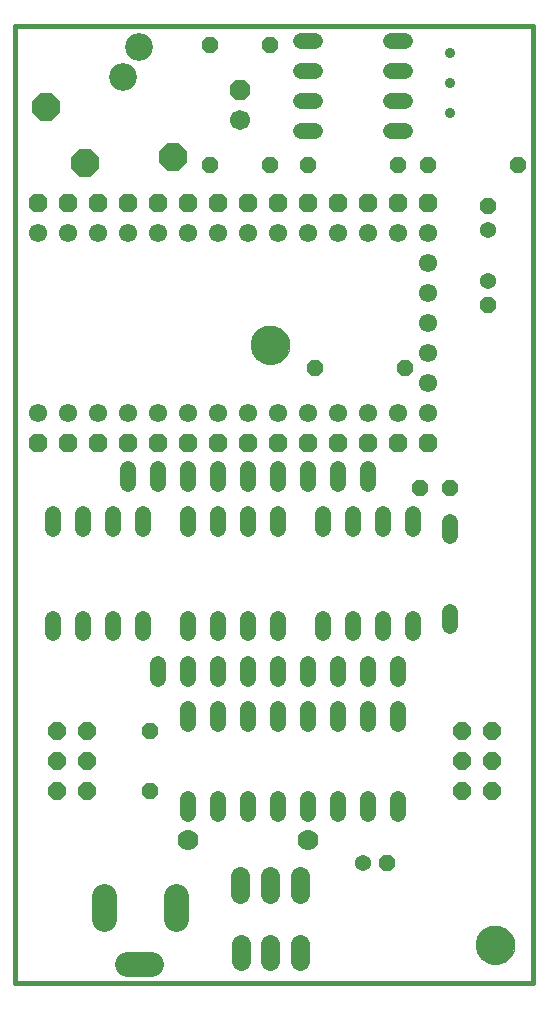
<source format=gbs>
G75*
%MOIN*%
%OFA0B0*%
%FSLAX24Y24*%
%IPPOS*%
%LPD*%
%AMOC8*
5,1,8,0,0,1.08239X$1,22.5*
%
%ADD10C,0.0160*%
%ADD11C,0.0000*%
%ADD12C,0.1300*%
%ADD13OC8,0.0520*%
%ADD14OC8,0.0925*%
%ADD15C,0.0925*%
%ADD16C,0.0520*%
%ADD17OC8,0.0670*%
%ADD18C,0.0670*%
%ADD19OC8,0.0540*%
%ADD20C,0.0540*%
%ADD21C,0.0610*%
%ADD22C,0.0827*%
%ADD23C,0.0640*%
%ADD24OC8,0.0580*%
%ADD25C,0.0631*%
%ADD26C,0.0700*%
%ADD27OC8,0.0631*%
%ADD28C,0.0360*%
D10*
X001330Y000595D02*
X001330Y032466D01*
X018575Y032466D01*
X018575Y000595D01*
X001330Y000595D01*
D11*
X009200Y021845D02*
X009202Y021895D01*
X009208Y021945D01*
X009218Y021994D01*
X009232Y022042D01*
X009249Y022089D01*
X009270Y022134D01*
X009295Y022178D01*
X009323Y022219D01*
X009355Y022258D01*
X009389Y022295D01*
X009426Y022329D01*
X009466Y022359D01*
X009508Y022386D01*
X009552Y022410D01*
X009598Y022431D01*
X009645Y022447D01*
X009693Y022460D01*
X009743Y022469D01*
X009792Y022474D01*
X009843Y022475D01*
X009893Y022472D01*
X009942Y022465D01*
X009991Y022454D01*
X010039Y022439D01*
X010085Y022421D01*
X010130Y022399D01*
X010173Y022373D01*
X010214Y022344D01*
X010253Y022312D01*
X010289Y022277D01*
X010321Y022239D01*
X010351Y022199D01*
X010378Y022156D01*
X010401Y022112D01*
X010420Y022066D01*
X010436Y022018D01*
X010448Y021969D01*
X010456Y021920D01*
X010460Y021870D01*
X010460Y021820D01*
X010456Y021770D01*
X010448Y021721D01*
X010436Y021672D01*
X010420Y021624D01*
X010401Y021578D01*
X010378Y021534D01*
X010351Y021491D01*
X010321Y021451D01*
X010289Y021413D01*
X010253Y021378D01*
X010214Y021346D01*
X010173Y021317D01*
X010130Y021291D01*
X010085Y021269D01*
X010039Y021251D01*
X009991Y021236D01*
X009942Y021225D01*
X009893Y021218D01*
X009843Y021215D01*
X009792Y021216D01*
X009743Y021221D01*
X009693Y021230D01*
X009645Y021243D01*
X009598Y021259D01*
X009552Y021280D01*
X009508Y021304D01*
X009466Y021331D01*
X009426Y021361D01*
X009389Y021395D01*
X009355Y021432D01*
X009323Y021471D01*
X009295Y021512D01*
X009270Y021556D01*
X009249Y021601D01*
X009232Y021648D01*
X009218Y021696D01*
X009208Y021745D01*
X009202Y021795D01*
X009200Y021845D01*
X016700Y001845D02*
X016702Y001895D01*
X016708Y001945D01*
X016718Y001994D01*
X016732Y002042D01*
X016749Y002089D01*
X016770Y002134D01*
X016795Y002178D01*
X016823Y002219D01*
X016855Y002258D01*
X016889Y002295D01*
X016926Y002329D01*
X016966Y002359D01*
X017008Y002386D01*
X017052Y002410D01*
X017098Y002431D01*
X017145Y002447D01*
X017193Y002460D01*
X017243Y002469D01*
X017292Y002474D01*
X017343Y002475D01*
X017393Y002472D01*
X017442Y002465D01*
X017491Y002454D01*
X017539Y002439D01*
X017585Y002421D01*
X017630Y002399D01*
X017673Y002373D01*
X017714Y002344D01*
X017753Y002312D01*
X017789Y002277D01*
X017821Y002239D01*
X017851Y002199D01*
X017878Y002156D01*
X017901Y002112D01*
X017920Y002066D01*
X017936Y002018D01*
X017948Y001969D01*
X017956Y001920D01*
X017960Y001870D01*
X017960Y001820D01*
X017956Y001770D01*
X017948Y001721D01*
X017936Y001672D01*
X017920Y001624D01*
X017901Y001578D01*
X017878Y001534D01*
X017851Y001491D01*
X017821Y001451D01*
X017789Y001413D01*
X017753Y001378D01*
X017714Y001346D01*
X017673Y001317D01*
X017630Y001291D01*
X017585Y001269D01*
X017539Y001251D01*
X017491Y001236D01*
X017442Y001225D01*
X017393Y001218D01*
X017343Y001215D01*
X017292Y001216D01*
X017243Y001221D01*
X017193Y001230D01*
X017145Y001243D01*
X017098Y001259D01*
X017052Y001280D01*
X017008Y001304D01*
X016966Y001331D01*
X016926Y001361D01*
X016889Y001395D01*
X016855Y001432D01*
X016823Y001471D01*
X016795Y001512D01*
X016770Y001556D01*
X016749Y001601D01*
X016732Y001648D01*
X016718Y001696D01*
X016708Y001745D01*
X016702Y001795D01*
X016700Y001845D01*
D12*
X017330Y001845D03*
X009830Y021845D03*
D13*
X011330Y021095D03*
X014330Y021095D03*
X014830Y017095D03*
X015830Y017095D03*
X015080Y027845D03*
X014080Y027845D03*
X011080Y027845D03*
X009830Y027845D03*
X007830Y027845D03*
X007830Y031845D03*
X009830Y031845D03*
X018080Y027845D03*
X005830Y008970D03*
X005830Y006970D03*
D14*
X003640Y027915D03*
X002360Y029765D03*
X006590Y028125D03*
D15*
X004900Y030785D03*
X005450Y031775D03*
D16*
X010840Y031970D02*
X011320Y031970D01*
X011320Y030970D02*
X010840Y030970D01*
X010840Y029970D02*
X011320Y029970D01*
X011320Y028970D02*
X010840Y028970D01*
X013840Y028970D02*
X014320Y028970D01*
X014320Y029970D02*
X013840Y029970D01*
X013840Y030970D02*
X014320Y030970D01*
X014320Y031970D02*
X013840Y031970D01*
X013080Y017710D02*
X013080Y017230D01*
X012580Y016200D02*
X012580Y015720D01*
X012080Y017230D02*
X012080Y017710D01*
X011080Y017710D02*
X011080Y017230D01*
X011580Y016200D02*
X011580Y015720D01*
X010080Y015720D02*
X010080Y016200D01*
X010080Y017230D02*
X010080Y017710D01*
X009080Y017710D02*
X009080Y017230D01*
X009080Y016200D02*
X009080Y015720D01*
X008080Y015720D02*
X008080Y016200D01*
X008080Y017230D02*
X008080Y017710D01*
X007080Y017710D02*
X007080Y017230D01*
X007080Y016200D02*
X007080Y015720D01*
X006080Y017230D02*
X006080Y017710D01*
X005080Y017710D02*
X005080Y017230D01*
X004580Y016200D02*
X004580Y015720D01*
X005580Y015720D02*
X005580Y016200D01*
X003580Y016200D02*
X003580Y015720D01*
X002580Y015720D02*
X002580Y016200D01*
X002580Y012720D02*
X002580Y012240D01*
X003580Y012240D02*
X003580Y012720D01*
X004580Y012720D02*
X004580Y012240D01*
X005580Y012240D02*
X005580Y012720D01*
X006080Y011210D02*
X006080Y010730D01*
X007080Y010730D02*
X007080Y011210D01*
X007080Y012240D02*
X007080Y012720D01*
X008080Y012720D02*
X008080Y012240D01*
X008080Y011210D02*
X008080Y010730D01*
X008080Y009710D02*
X008080Y009230D01*
X007080Y009230D02*
X007080Y009710D01*
X007080Y006710D02*
X007080Y006230D01*
X008080Y006230D02*
X008080Y006710D01*
X009080Y006710D02*
X009080Y006230D01*
X010080Y006230D02*
X010080Y006710D01*
X011080Y006710D02*
X011080Y006230D01*
X012080Y006230D02*
X012080Y006710D01*
X013080Y006710D02*
X013080Y006230D01*
X014080Y006230D02*
X014080Y006710D01*
X014080Y009230D02*
X014080Y009710D01*
X014080Y010730D02*
X014080Y011210D01*
X013580Y012240D02*
X013580Y012720D01*
X014580Y012720D02*
X014580Y012240D01*
X015830Y012480D02*
X015830Y012960D01*
X015830Y015480D02*
X015830Y015960D01*
X014580Y015720D02*
X014580Y016200D01*
X013580Y016200D02*
X013580Y015720D01*
X012580Y012720D02*
X012580Y012240D01*
X012080Y011210D02*
X012080Y010730D01*
X012080Y009710D02*
X012080Y009230D01*
X013080Y009230D02*
X013080Y009710D01*
X013080Y010730D02*
X013080Y011210D01*
X011580Y012240D02*
X011580Y012720D01*
X011080Y011210D02*
X011080Y010730D01*
X011080Y009710D02*
X011080Y009230D01*
X010080Y009230D02*
X010080Y009710D01*
X010080Y010730D02*
X010080Y011210D01*
X010080Y012240D02*
X010080Y012720D01*
X009080Y012720D02*
X009080Y012240D01*
X009080Y011210D02*
X009080Y010730D01*
X009080Y009710D02*
X009080Y009230D01*
D17*
X008830Y030345D03*
D18*
X008830Y029345D03*
D19*
X017080Y026495D03*
X017080Y023195D03*
X013730Y004595D03*
D20*
X012930Y004595D03*
X017080Y023995D03*
X017080Y025695D03*
D21*
X015080Y025595D03*
X015080Y024595D03*
X015080Y023595D03*
X015080Y022595D03*
X015080Y021595D03*
X015080Y020595D03*
X015080Y019595D03*
X014080Y019595D03*
X013080Y019595D03*
X012080Y019595D03*
X011080Y019595D03*
X010080Y019595D03*
X009080Y019595D03*
X008080Y019595D03*
X007080Y019595D03*
X006080Y019595D03*
X005080Y019595D03*
X004080Y019595D03*
X003080Y019595D03*
X002080Y019595D03*
X002080Y025595D03*
X003080Y025595D03*
X004080Y025595D03*
X005080Y025595D03*
X006080Y025595D03*
X007080Y025595D03*
X008080Y025595D03*
X009080Y025595D03*
X010080Y025595D03*
X011080Y025595D03*
X012080Y025595D03*
X013080Y025595D03*
X014080Y025595D03*
D22*
X006675Y003489D02*
X006675Y002701D01*
X005849Y001205D02*
X005061Y001205D01*
X004274Y002701D02*
X004274Y003489D01*
D23*
X008830Y003545D02*
X008830Y004145D01*
X009830Y004145D02*
X009830Y003545D01*
X010830Y003545D02*
X010830Y004145D01*
D24*
X016205Y006970D03*
X016205Y007970D03*
X016205Y008970D03*
X017205Y008970D03*
X017205Y007970D03*
X017205Y006970D03*
X003705Y006970D03*
X003705Y007970D03*
X003705Y008970D03*
X002705Y008970D03*
X002705Y007970D03*
X002705Y006970D03*
D25*
X008846Y001890D02*
X008846Y001300D01*
X009830Y001300D02*
X009830Y001890D01*
X010814Y001890D02*
X010814Y001300D01*
D26*
X011080Y005345D03*
X007080Y005345D03*
D27*
X007080Y018595D03*
X006080Y018595D03*
X005080Y018595D03*
X004080Y018595D03*
X003080Y018595D03*
X002080Y018595D03*
X002080Y026595D03*
X003080Y026595D03*
X004080Y026595D03*
X005080Y026595D03*
X006080Y026595D03*
X007080Y026595D03*
X008080Y026595D03*
X009080Y026595D03*
X010080Y026595D03*
X011080Y026595D03*
X012080Y026595D03*
X013080Y026595D03*
X014080Y026595D03*
X015080Y026595D03*
X015080Y018595D03*
X014080Y018595D03*
X013080Y018595D03*
X012080Y018595D03*
X011080Y018595D03*
X010080Y018595D03*
X009080Y018595D03*
X008080Y018595D03*
D28*
X015830Y029595D03*
X015830Y030595D03*
X015830Y031595D03*
M02*

</source>
